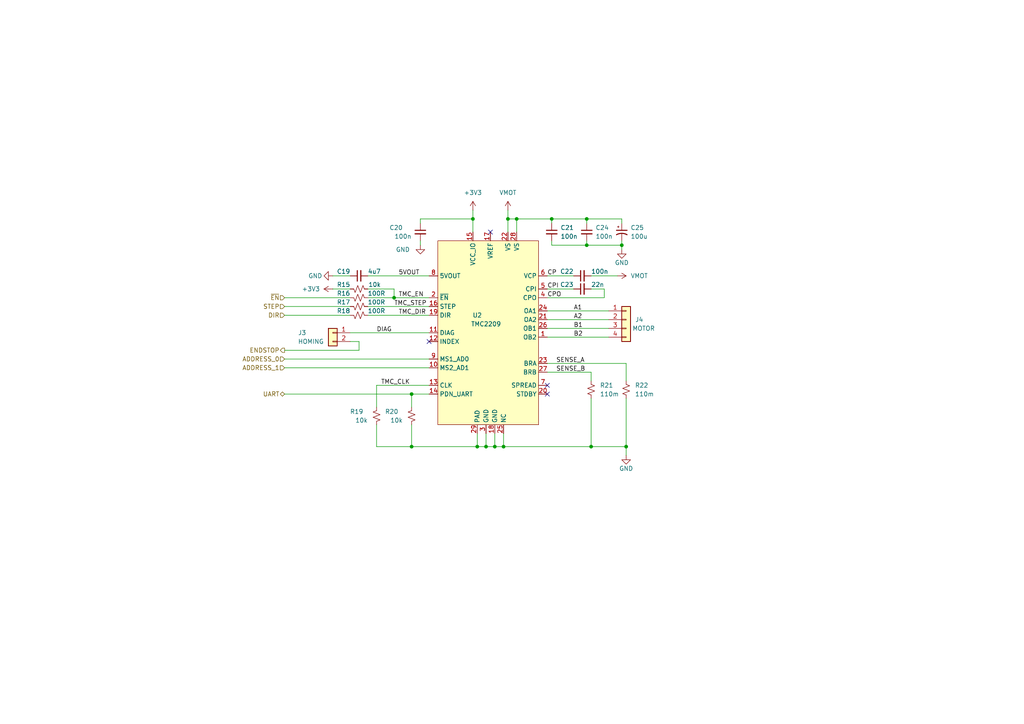
<source format=kicad_sch>
(kicad_sch (version 20250114) (generator "eeschema") (generator_version "9.0")
  (paper "A4")
  (title_block (title "TMC2209") (date "2025-07-24") (rev "1.0") (company "matei repair lab"))
  (lib_symbols
    (symbol "Connector_Generic:Conn_01x02" (pin_names (offset 1.016) (hide yes))
      (property "Reference" "J" (at 0 2.54 0))
      (property "Value" "Conn_01x02" (at 0 -5.08 0))
      (symbol "Conn_01x02_1_1"
        (rectangle (start -1.27 1.27) (end 1.27 -3.81) (stroke (width 0.254)) (fill (type background)))
        (rectangle (start -1.27 0.127) (end 0 -0.127) (stroke (width 0.1524)))
        (rectangle (start -1.27 -2.413) (end 0 -2.667) (stroke (width 0.1524)))
        (pin passive line (at -5.08 0 0) (length 3.81) (name "Pin_1") (number "1"))
        (pin passive line (at -5.08 -2.54 0) (length 3.81) (name "Pin_2") (number "2"))
      )
    )
    (symbol "Connector_Generic:Conn_01x04" (pin_names (offset 1.016) (hide yes))
      (property "Reference" "J" (at 0 5.08 0))
      (property "Value" "Conn_01x04" (at 0 -7.62 0))
      (symbol "Conn_01x04_1_1"
        (rectangle (start -1.27 3.81) (end 1.27 -6.35) (stroke (width 0.254)) (fill (type background)))
        (rectangle (start -1.27 2.667) (end 0 2.413) (stroke (width 0.1524)))
        (rectangle (start -1.27 0.127) (end 0 -0.127) (stroke (width 0.1524)))
        (rectangle (start -1.27 -2.413) (end 0 -2.667) (stroke (width 0.1524)))
        (rectangle (start -1.27 -4.953) (end 0 -5.207) (stroke (width 0.1524)))
        (pin passive line (at -5.08 2.54 0) (length 3.81) (name "Pin_1") (number "1"))
        (pin passive line (at -5.08 0 0) (length 3.81) (name "Pin_2") (number "2"))
        (pin passive line (at -5.08 -2.54 0) (length 3.81) (name "Pin_3") (number "3"))
        (pin passive line (at -5.08 -5.08 0) (length 3.81) (name "Pin_4") (number "4"))
      )
    )
    (symbol "Device:C_Polarized_Small_US" (pin_numbers (hide yes)) (pin_names (offset 0.254) (hide yes))
      (property "Reference" "C" (at 0.254 1.778 0))
      (property "Value" "C_Polarized_Small_US" (at 0.254 -2.032 0))
      (symbol "C_Polarized_Small_US_0_1"
        (polyline (pts (xy -1.524 0.508) (xy 1.524 0.508)) (stroke (width 0.3048)))
        (polyline (pts (xy -1.27 1.524) (xy -0.762 1.524)))
        (polyline (pts (xy -1.016 1.27) (xy -1.016 1.778)))
        (arc (start -1.524 -0.762) (mid 0 -0.3734) (end 1.524 -0.762) (stroke (width 0.3048)))
      )
      (symbol "C_Polarized_Small_US_1_1"
        (pin passive line (at 0 2.54 270) (length 2.032) (name "~") (number "1"))
        (pin passive line (at 0 -2.54 90) (length 2.032) (name "~") (number "2"))
      )
    )
    (symbol "Device:C_Small" (pin_numbers (hide yes)) (pin_names (offset 0.254) (hide yes))
      (property "Reference" "C" (at 0.254 1.778 0))
      (property "Value" "C_Small" (at 0.254 -2.032 0))
      (symbol "C_Small_0_1"
        (polyline (pts (xy -1.524 0.508) (xy 1.524 0.508)) (stroke (width 0.3048)))
        (polyline (pts (xy -1.524 -0.508) (xy 1.524 -0.508)) (stroke (width 0.3302)))
      )
      (symbol "C_Small_1_1"
        (pin passive line (at 0 2.54 270) (length 2.032) (name "~") (number "1"))
        (pin passive line (at 0 -2.54 90) (length 2.032) (name "~") (number "2"))
      )
    )
    (symbol "Device:R_Small_US" (pin_numbers (hide yes)) (pin_names (offset 0.254) (hide yes))
      (property "Reference" "R" (at 0.762 0.508 0))
      (property "Value" "R_Small_US" (at 0.762 -1.016 0))
      (symbol "R_Small_US_1_1"
        (polyline (pts (xy 0 1.524) (xy 1.016 1.143) (xy 0 0.762) (xy -1.016 0.381) (xy 0 0)))
        (polyline (pts (xy 0 0) (xy 1.016 -0.381) (xy 0 -0.762) (xy -1.016 -1.143) (xy 0 -1.524)))
        (pin passive line (at 0 2.54 270) (length 1.016) (name "~") (number "1"))
        (pin passive line (at 0 -2.54 90) (length 1.016) (name "~") (number "2"))
      )
    )
    (symbol "matei:TMC2209"
      (property "Reference" "U" (at 0 0 0))
      (property "Value" "TMC2209" (at 0 3.81 0))
      (symbol "TMC2209_0_1"
        (rectangle (start -16.51 20.32) (end 12.7 -33.02) (stroke (width 0.1524)) (fill (type background)))
      )
      (symbol "TMC2209_1_1"
        (pin input line (at -19.05 10.16 0) (length 2.54) (name "5VOUT") (number "8"))
        (pin input line (at -19.05 3.81 0) (length 2.54) (name "~{EN}") (number "2"))
        (pin input line (at -19.05 1.27 0) (length 2.54) (name "STEP") (number "16"))
        (pin input line (at -19.05 -1.27 0) (length 2.54) (name "DIR") (number "19"))
        (pin input line (at -19.05 -6.35 0) (length 2.54) (name "DIAG") (number "11"))
        (pin input line (at -19.05 -8.89 0) (length 2.54) (name "INDEX") (number "12"))
        (pin input line (at -19.05 -13.97 0) (length 2.54) (name "MS1_AD0") (number "9"))
        (pin input line (at -19.05 -16.51 0) (length 2.54) (name "MS2_AD1") (number "10"))
        (pin input line (at -19.05 -21.59 0) (length 2.54) (name "CLK") (number "13"))
        (pin input line (at -19.05 -24.13 0) (length 2.54) (name "PDN_UART") (number "14"))
        (pin input line (at -6.35 22.86 270) (length 2.54) (name "VCC_IO") (number "15"))
        (pin input line (at -5.08 -35.56 90) (length 2.54) (name "PAD") (number "29"))
        (pin input line (at -2.54 -35.56 90) (length 2.54) (name "GND") (number "3"))
        (pin input line (at -1.27 22.86 270) (length 2.54) (name "VREF") (number "17"))
        (pin input line (at 0 -35.56 90) (length 2.54) (name "GND") (number "18"))
        (pin input line (at 2.54 -35.56 90) (length 2.54) (name "NC") (number "25"))
        (pin input line (at 3.81 22.86 270) (length 2.54) (name "VS") (number "22"))
        (pin input line (at 6.35 22.86 270) (length 2.54) (name "VS") (number "28"))
        (pin input line (at 15.24 10.16 180) (length 2.54) (name "VCP") (number "6"))
        (pin input line (at 15.24 6.35 180) (length 2.54) (name "CPI") (number "5"))
        (pin input line (at 15.24 3.81 180) (length 2.54) (name "CPO") (number "4"))
        (pin input line (at 15.24 0 180) (length 2.54) (name "OA1") (number "24"))
        (pin input line (at 15.24 -2.54 180) (length 2.54) (name "OA2") (number "21"))
        (pin input line (at 15.24 -5.08 180) (length 2.54) (name "OB1") (number "26"))
        (pin input line (at 15.24 -7.62 180) (length 2.54) (name "OB2") (number "1"))
        (pin input line (at 15.24 -15.24 180) (length 2.54) (name "BRA") (number "23"))
        (pin input line (at 15.24 -17.78 180) (length 2.54) (name "BRB") (number "27"))
        (pin input line (at 15.24 -21.59 180) (length 2.54) (name "SPREAD") (number "7"))
        (pin input line (at 15.24 -24.13 180) (length 2.54) (name "STDBY") (number "20"))
      )
    )
    (symbol "matei:Vmot" (power) (pin_names (offset 0))
      (property "Value" "Vmot" (at 0 3.81 0))
      (symbol "Vmot_0_1"
        (polyline (pts (xy -0.762 1.27) (xy 0 2.54)))
        (polyline (pts (xy 0 2.54) (xy 0.762 1.27)))
        (polyline (pts (xy 0 0) (xy 0 2.54)))
      )
      (symbol "Vmot_1_1"
        (pin power_in line (at 0 0 90) (length 0) (hide yes) (name "Vmot") (number "1"))
      )
    )
    (symbol "power:+3V3" (power) (pin_numbers (hide yes)) (pin_names (offset 0) (hide yes))
      (property "Value" "+3V3" (at 0 3.556 0))
      (symbol "+3V3_0_1"
        (polyline (pts (xy -0.762 1.27) (xy 0 2.54)))
        (polyline (pts (xy 0 2.54) (xy 0.762 1.27)))
        (polyline (pts (xy 0 0) (xy 0 2.54)))
      )
      (symbol "+3V3_1_1"
        (pin power_in line (at 0 0 90) (length 0) (name "~") (number "1"))
      )
    )
    (symbol "power:GND" (power) (pin_numbers (hide yes)) (pin_names (offset 0) (hide yes))
      (property "Value" "GND" (at 0 -3.81 0))
      (symbol "GND_0_1"
        (polyline (pts (xy 0 0) (xy 0 -1.27) (xy 1.27 -1.27) (xy 0 -2.54) (xy -1.27 -1.27) (xy 0 -1.27)))
      )
      (symbol "GND_1_1"
        (pin power_in line (at 0 0 270) (length 0) (name "~") (number "1"))
      )
    )
  )
  (junction (at 143.51 129.54))
  (junction (at 138.43 129.54))
  (junction (at 147.32 63.5))
  (junction (at 160.02 63.5))
  (junction (at 171.45 129.54))
  (junction (at 114.3 86.36))
  (junction (at 181.61 129.54))
  (junction (at 119.38 129.54))
  (junction (at 137.16 63.5))
  (junction (at 119.38 114.3))
  (junction (at 149.86 63.5))
  (junction (at 140.97 129.54))
  (junction (at 180.34 71.12))
  (junction (at 146.05 129.54))
  (junction (at 170.18 63.5))
  (junction (at 170.18 71.12))
  (no_connect (at 158.75 111.76))
  (no_connect (at 124.46 99.06))
  (no_connect (at 158.75 114.3))
  (no_connect (at 142.24 67.31))
  (wire (pts (xy 143.51 125.73) (xy 143.51 129.54)))
  (wire (pts (xy 121.92 71.12) (xy 121.92 69.85)))
  (wire (pts (xy 158.75 105.41) (xy 181.61 105.41)))
  (wire (pts (xy 146.05 125.73) (xy 146.05 129.54)))
  (wire (pts (xy 158.75 97.79) (xy 176.53 97.79)))
  (wire (pts (xy 158.75 92.71) (xy 176.53 92.71)))
  (wire (pts (xy 146.05 129.54) (xy 171.45 129.54)))
  (wire (pts (xy 106.68 80.01) (xy 124.46 80.01)))
  (wire (pts (xy 119.38 129.54) (xy 138.43 129.54)))
  (wire (pts (xy 119.38 114.3) (xy 124.46 114.3)))
  (wire (pts (xy 82.55 86.36) (xy 101.6 86.36)))
  (wire (pts (xy 121.92 63.5) (xy 137.16 63.5)))
  (wire (pts (xy 106.68 83.82) (xy 114.3 83.82)))
  (wire (pts (xy 181.61 129.54) (xy 181.61 132.08)))
  (wire (pts (xy 170.18 63.5) (xy 170.18 64.77)))
  (wire (pts (xy 96.52 83.82) (xy 101.6 83.82)))
  (wire (pts (xy 137.16 63.5) (xy 137.16 67.31)))
  (wire (pts (xy 119.38 114.3) (xy 119.38 118.11)))
  (wire (pts (xy 158.75 80.01) (xy 166.37 80.01)))
  (wire (pts (xy 96.52 80.01) (xy 101.6 80.01)))
  (wire (pts (xy 82.55 88.9) (xy 101.6 88.9)))
  (wire (pts (xy 166.37 83.82) (xy 158.75 83.82)))
  (wire (pts (xy 119.38 123.19) (xy 119.38 129.54)))
  (wire (pts (xy 181.61 129.54) (xy 171.45 129.54)))
  (wire (pts (xy 175.26 83.82) (xy 171.45 83.82)))
  (wire (pts (xy 109.22 111.76) (xy 109.22 118.11)))
  (wire (pts (xy 160.02 63.5) (xy 170.18 63.5)))
  (wire (pts (xy 149.86 63.5) (xy 160.02 63.5)))
  (wire (pts (xy 170.18 69.85) (xy 170.18 71.12)))
  (wire (pts (xy 82.55 91.44) (xy 101.6 91.44)))
  (wire (pts (xy 106.68 86.36) (xy 114.3 86.36)))
  (wire (pts (xy 170.18 71.12) (xy 160.02 71.12)))
  (wire (pts (xy 158.75 90.17) (xy 176.53 90.17)))
  (wire (pts (xy 137.16 60.96) (xy 137.16 63.5)))
  (wire (pts (xy 101.6 99.06) (xy 104.14 99.06)))
  (wire (pts (xy 170.18 63.5) (xy 180.34 63.5)))
  (wire (pts (xy 147.32 63.5) (xy 147.32 67.31)))
  (wire (pts (xy 114.3 83.82) (xy 114.3 86.36)))
  (wire (pts (xy 143.51 129.54) (xy 140.97 129.54)))
  (wire (pts (xy 101.6 96.52) (xy 124.46 96.52)))
  (wire (pts (xy 82.55 114.3) (xy 119.38 114.3)))
  (wire (pts (xy 149.86 63.5) (xy 147.32 63.5)))
  (wire (pts (xy 180.34 71.12) (xy 170.18 71.12)))
  (wire (pts (xy 140.97 129.54) (xy 138.43 129.54)))
  (wire (pts (xy 82.55 104.14) (xy 124.46 104.14)))
  (wire (pts (xy 160.02 71.12) (xy 160.02 69.85)))
  (wire (pts (xy 180.34 71.12) (xy 180.34 72.39)))
  (wire (pts (xy 171.45 80.01) (xy 179.07 80.01)))
  (wire (pts (xy 114.3 86.36) (xy 124.46 86.36)))
  (wire (pts (xy 158.75 107.95) (xy 171.45 107.95)))
  (wire (pts (xy 106.68 88.9) (xy 124.46 88.9)))
  (wire (pts (xy 149.86 67.31) (xy 149.86 63.5)))
  (wire (pts (xy 158.75 95.25) (xy 176.53 95.25)))
  (wire (pts (xy 140.97 125.73) (xy 140.97 129.54)))
  (wire (pts (xy 181.61 105.41) (xy 181.61 110.49)))
  (wire (pts (xy 158.75 86.36) (xy 175.26 86.36)))
  (wire (pts (xy 171.45 115.57) (xy 171.45 129.54)))
  (wire (pts (xy 104.14 101.6) (xy 82.55 101.6)))
  (wire (pts (xy 82.55 106.68) (xy 124.46 106.68)))
  (wire (pts (xy 171.45 107.95) (xy 171.45 110.49)))
  (wire (pts (xy 180.34 63.5) (xy 180.34 64.77)))
  (wire (pts (xy 181.61 115.57) (xy 181.61 129.54)))
  (wire (pts (xy 138.43 129.54) (xy 138.43 125.73)))
  (wire (pts (xy 180.34 69.85) (xy 180.34 71.12)))
  (wire (pts (xy 175.26 86.36) (xy 175.26 83.82)))
  (wire (pts (xy 106.68 91.44) (xy 124.46 91.44)))
  (wire (pts (xy 121.92 64.77) (xy 121.92 63.5)))
  (wire (pts (xy 109.22 123.19) (xy 109.22 129.54)))
  (wire (pts (xy 119.38 129.54) (xy 109.22 129.54)))
  (wire (pts (xy 104.14 99.06) (xy 104.14 101.6)))
  (wire (pts (xy 160.02 64.77) (xy 160.02 63.5)))
  (wire (pts (xy 146.05 129.54) (xy 143.51 129.54)))
  (wire (pts (xy 124.46 111.76) (xy 109.22 111.76)))
  (wire (pts (xy 147.32 60.96) (xy 147.32 63.5)))
  (label "TMC_EN" (at 115.57 86.36 0))
  (label "TMC_CLK" (at 110.49 111.76 0))
  (label "SENSE_B" (at 161.29 107.95 0))
  (label "TMC_DIR" (at 115.57 91.44 0))
  (label "CPO" (at 158.75 86.36 0))
  (label "DIAG" (at 109.22 96.52 0))
  (label "CP" (at 158.75 80.01 0))
  (label "CPI" (at 158.75 83.82 0))
  (label "SENSE_A" (at 161.29 105.41 0))
  (label "TMC_STEP" (at 114.3 88.9 0))
  (label "A1" (at 166.37 90.17 0))
  (label "5VOUT" (at 115.57 80.01 0))
  (label "B2" (at 166.37 97.79 0))
  (label "B1" (at 166.37 95.25 0))
  (label "A2" (at 166.37 92.71 0))
  (hierarchical_label "DIR" (shape input) (at 82.55 91.44 180))
  (hierarchical_label "ADDRESS_0" (shape input) (at 82.55 104.14 180))
  (hierarchical_label "STEP" (shape input) (at 82.55 88.9 180))
  (hierarchical_label "ENDSTOP" (shape output) (at 82.55 101.6 180))
  (hierarchical_label "~{EN}" (shape input) (at 82.55 86.36 180))
  (hierarchical_label "ADDRESS_1" (shape input) (at 82.55 106.68 180))
  (hierarchical_label "UART" (shape bidirectional) (at 82.55 114.3 180))
  (symbol (lib_id "matei:Vmot") (at 147.32 60.96 0) (unit 1)
    (property "Reference" "#PWR0206" (effects (hide yes)))
    (property "Value" "VMOT" (at 147.32 55.88 0))
    (property "Description" "Power symbol creates a global label with name \"Vmot\"" (effects (hide yes)))
    (instances (project "compass-controller" (path "" (reference "#PWR013") (unit 1)) (path "" (reference "#PWR05") (unit 1)) (path "" (reference "#PWR0206") (unit 1))))
  )
  (symbol (lib_id "Device:C_Small") (at 168.91 80.01 90) (unit 1)
    (property "Reference" "C" (at 166.37 78.74 90) (effects (justify left)))
    (property "Value" "100n" (at 171.45 78.74 90) (effects (justify right)))
    (property "Description" "Unpolarized capacitor, small symbol" (effects (hide yes)))
    (instances (project "compass-controller" (path "" (reference "C22") (unit 1)) (path "" (reference "C15") (unit 1))))
  )
  (symbol (lib_id "Device:R_Small_US") (at 171.45 113.03 0) (unit 1)
    (property "Reference" "R" (at 173.99 111.76 0) (effects (justify left)))
    (property "Value" "110m" (at 173.99 114.3 0) (effects (justify left)))
    (property "Description" "Resistor, small US symbol" (effects (hide yes)))
    (instances (project "compass-controller" (path "" (reference "R21") (unit 1)) (path "" (reference "R13") (unit 1))))
  )
  (symbol (lib_id "power:+3V3") (at 137.16 60.96 0) (unit 1)
    (property "Reference" "#PWR0205" (effects (hide yes)))
    (property "Value" "+3V3" (at 137.16 55.88 0))
    (property "Description" "Power symbol creates a global label with name \"+3V3\"" (effects (hide yes)))
    (instances (project "compass-controller" (path "" (reference "#PWR012") (unit 1)) (path "" (reference "#PWR04") (unit 1)) (path "" (reference "#PWR0205") (unit 1))))
  )
  (symbol (lib_id "power:+3V3") (at 96.52 83.82 90) (unit 1)
    (property "Reference" "#PWR" (effects (hide yes)))
    (property "Value" "+3V3" (at 90.17 83.82 90))
    (property "Description" "Power symbol creates a global label with name \"+3V3\"" (effects (hide yes)))
    (instances (project "compass-controller" (path "" (reference "#PWR010") (unit 1)) (path "" (reference "#PWR02") (unit 1))))
  )
  (symbol (lib_id "power:GND") (at 121.92 71.12 0) (unit 1)
    (property "Reference" "#PWR0204" (effects (hide yes)))
    (property "Value" "GND" (at 116.84 72.39 0))
    (property "Description" "Power symbol creates a global label with name \"GND\" , ground" (effects (hide yes)))
    (instances (project "compass-controller" (path "" (reference "#PWR011") (unit 1)) (path "" (reference "#PWR03") (unit 1)) (path "" (reference "#PWR0204") (unit 1))))
  )
  (symbol (lib_id "Device:C_Small") (at 168.91 83.82 90) (unit 1)
    (property "Reference" "C8" (at 166.37 82.55 90) (effects (justify left)))
    (property "Value" "22n" (at 171.45 82.55 90) (effects (justify right)))
    (property "Description" "Unpolarized capacitor, small symbol" (effects (hide yes)))
    (instances (project "compass-controller" (path "" (reference "C23") (unit 1)) (path "" (reference "C16") (unit 1)) (path "" (reference "C8") (unit 1))))
  )
  (symbol (lib_id "power:GND") (at 96.52 80.01 270) (unit 1)
    (property "Reference" "#PWR0208" (effects (hide yes)))
    (property "Value" "GND" (at 91.44 80.01 90))
    (property "Description" "Power symbol creates a global label with name \"GND\" , ground" (effects (hide yes)))
    (instances (project "compass-controller" (path "" (reference "#PWR09") (unit 1)) (path "" (reference "#PWR01") (unit 1)) (path "" (reference "#PWR0208") (unit 1))))
  )
  (symbol (lib_id "matei:Vmot") (at 179.07 80.01 270) (unit 1)
    (property "Reference" "#PWR" (effects (hide yes)))
    (property "Value" "VMOT" (at 185.42 80.01 90))
    (property "Description" "Power symbol creates a global label with name \"Vmot\"" (effects (hide yes)))
    (instances (project "compass-controller" (path "" (reference "#PWR014") (unit 1)) (path "" (reference "#PWR06") (unit 1))))
  )
  (symbol (lib_id "Device:R_Small_US") (at 109.22 120.65 0) (mirror y) (unit 1)
    (property "Reference" "R2" (at 105.41 119.38 0) (effects (justify left)))
    (property "Value" "10k" (at 106.68 121.92 0) (effects (justify left)))
    (property "Description" "Resistor, small US symbol" (effects (hide yes)))
    (instances (project "compass-controller" (path "" (reference "R19") (unit 1)) (path "" (reference "R11") (unit 1)) (path "" (reference "R2") (unit 1))))
  )
  (symbol (lib_id "Device:R_Small_US") (at 181.61 113.03 0) (unit 1)
    (property "Reference" "R3" (at 184.15 111.76 0) (effects (justify left)))
    (property "Value" "110m" (at 184.15 114.3 0) (effects (justify left)))
    (property "Description" "Resistor, small US symbol" (effects (hide yes)))
    (instances (project "compass-controller" (path "" (reference "R22") (unit 1)) (path "" (reference "R14") (unit 1)) (path "" (reference "R3") (unit 1))))
  )
  (symbol (lib_id "Device:R_Small_US") (at 119.38 120.65 0) (mirror y) (unit 1)
    (property "Reference" "R1" (at 115.57 119.38 0) (effects (justify left)))
    (property "Value" "10k" (at 116.84 121.92 0) (effects (justify left)))
    (property "Description" "Resistor, small US symbol" (effects (hide yes)))
    (instances (project "compass-controller" (path "" (reference "R20") (unit 1)) (path "" (reference "R12") (unit 1)) (path "" (reference "R1") (unit 1))))
  )
  (symbol (lib_id "matei:TMC2209") (at 143.51 90.17 0) (unit 1)
    (property "Reference" "U" (at 138.43 91.44 0))
    (property "Value" "TMC2209" (at 140.97 93.98 0))
    (property "Footprint" "Package_DFN_QFN:QFN-28-1EP_5x5mm_P0.5mm_EP3.75x3.75mm" (effects (hide yes)))
    (instances (project "compass-controller" (path "" (reference "U2") (unit 1)) (path "" (reference "U1") (unit 1))))
  )
  (symbol (lib_id "Device:C_Small") (at 160.02 67.31 0) (unit 1)
    (property "Reference" "C10" (at 162.56 66.04 0) (effects (justify left)))
    (property "Value" "100n" (at 162.56 68.58 0) (effects (justify left)))
    (property "Description" "Unpolarized capacitor, small symbol" (effects (hide yes)))
    (instances (project "compass-controller" (path "" (reference "C21") (unit 1)) (path "" (reference "C14") (unit 1)) (path "" (reference "C10") (unit 1))))
  )
  (symbol (lib_id "Device:R_Small_US") (at 104.14 88.9 90) (mirror x) (unit 1)
    (property "Reference" "R5" (at 101.6 87.63 90) (effects (justify left)))
    (property "Value" "100R" (at 111.76 87.63 90) (effects (justify left)))
    (property "Description" "Resistor, small US symbol" (effects (hide yes)))
    (instances (project "compass-controller" (path "" (reference "R17") (unit 1)) (path "" (reference "R9") (unit 1)) (path "" (reference "R5") (unit 1))))
  )
  (symbol (lib_id "Device:R_Small_US") (at 104.14 86.36 90) (mirror x) (unit 1)
    (property "Reference" "R4" (at 101.6 85.09 90) (effects (justify left)))
    (property "Value" "100R" (at 111.76 85.09 90) (effects (justify left)))
    (property "Description" "Resistor, small US symbol" (effects (hide yes)))
    (instances (project "compass-controller" (path "" (reference "R16") (unit 1)) (path "" (reference "R8") (unit 1)) (path "" (reference "R4") (unit 1))))
  )
  (symbol (lib_id "Connector_Generic:Conn_01x04") (at 181.61 92.71 0) (unit 1)
    (property "Reference" "J" (at 185.42 92.71 0))
    (property "Value" "MOTOR" (at 186.69 95.25 0))
    (property "Description" "Generic connector, single row, 01x04, script generated (kicad-library-utils/schlib/autogen/connector/)" (effects (hide yes)))
    (instances (project "compass-controller" (path "" (reference "J4") (unit 1)) (path "" (reference "J2") (unit 1))))
  )
  (symbol (lib_id "power:GND") (at 180.34 72.39 0) (unit 1)
    (property "Reference" "#PWR" (effects (hide yes)))
    (property "Value" "GND" (at 180.34 76.2 0))
    (property "Description" "Power symbol creates a global label with name \"GND\" , ground" (effects (hide yes)))
    (instances (project "compass-controller" (path "" (reference "#PWR015") (unit 1)) (path "" (reference "#PWR07") (unit 1))))
  )
  (symbol (lib_id "power:GND") (at 181.61 132.08 0) (unit 1)
    (property "Reference" "#PWR" (effects (hide yes)))
    (property "Value" "GND" (at 181.61 135.89 0))
    (property "Description" "Power symbol creates a global label with name \"GND\" , ground" (effects (hide yes)))
    (instances (project "compass-controller" (path "" (reference "#PWR016") (unit 1)) (path "" (reference "#PWR08") (unit 1))))
  )
  (symbol (lib_id "Device:C_Small") (at 170.18 67.31 0) (unit 1)
    (property "Reference" "C11" (at 172.72 66.04 0) (effects (justify left)))
    (property "Value" "100n" (at 172.72 68.58 0) (effects (justify left)))
    (property "Description" "Unpolarized capacitor, small symbol" (effects (hide yes)))
    (instances (project "compass-controller" (path "" (reference "C24") (unit 1)) (path "" (reference "C17") (unit 1)) (path "" (reference "C11") (unit 1))))
  )
  (symbol (lib_id "Device:C_Polarized_Small_US") (at 180.34 67.31 0) (unit 1)
    (property "Reference" "C" (at 182.88 66.04 0) (effects (justify left)))
    (property "Value" "100u" (at 182.88 68.58 0) (effects (justify left)))
    (property "Description" "Polarized capacitor, small US symbol" (effects (hide yes)))
    (instances (project "compass-controller" (path "" (reference "C25") (unit 1)) (path "" (reference "C18") (unit 1))))
  )
  (symbol (lib_id "Device:C_Small") (at 121.92 67.31 0) (mirror y) (unit 1)
    (property "Reference" "C" (at 116.84 66.04 0) (effects (justify left)))
    (property "Value" "100n" (at 119.38 68.58 0) (effects (justify left)))
    (property "Description" "Unpolarized capacitor, small symbol" (effects (hide yes)))
    (instances (project "compass-controller" (path "" (reference "C20") (unit 1)) (path "" (reference "C13") (unit 1))))
  )
  (symbol (lib_id "Device:R_Small_US") (at 104.14 91.44 90) (mirror x) (unit 1)
    (property "Reference" "R6" (at 101.6 90.17 90) (effects (justify left)))
    (property "Value" "100R" (at 111.76 90.17 90) (effects (justify left)))
    (property "Description" "Resistor, small US symbol" (effects (hide yes)))
    (instances (project "compass-controller" (path "" (reference "R18") (unit 1)) (path "" (reference "R10") (unit 1)) (path "" (reference "R6") (unit 1))))
  )
  (symbol (lib_id "Connector_Generic:Conn_01x02") (at 96.52 96.52 0) (mirror y) (unit 1)
    (property "Reference" "J" (at 87.63 96.52 0))
    (property "Value" "HOMING" (at 90.17 99.06 0))
    (property "Description" "Generic connector, single row, 01x02, script generated (kicad-library-utils/schlib/autogen/connector/)" (effects (hide yes)))
    (instances (project "compass-controller" (path "" (reference "J3") (unit 1)) (path "" (reference "J1") (unit 1))))
  )
  (symbol (lib_id "Device:R_Small_US") (at 104.14 83.82 90) (mirror x) (unit 1)
    (property "Reference" "R" (at 101.6 82.55 90) (effects (justify left)))
    (property "Value" "10k" (at 110.49 82.55 90) (effects (justify left)))
    (property "Description" "Resistor, small US symbol" (effects (hide yes)))
    (instances (project "compass-controller" (path "" (reference "R15") (unit 1)) (path "" (reference "R7") (unit 1))))
  )
  (symbol (lib_id "Device:C_Small") (at 104.14 80.01 90) (unit 1)
    (property "Reference" "C9" (at 101.6 78.74 90) (effects (justify left)))
    (property "Value" "4u7" (at 106.68 78.74 90) (effects (justify right)))
    (property "Description" "Unpolarized capacitor, small symbol" (effects (hide yes)))
    (instances (project "compass-controller" (path "" (reference "C19") (unit 1)) (path "" (reference "C12") (unit 1)) (path "" (reference "C9") (unit 1))))
  )
)
</source>
